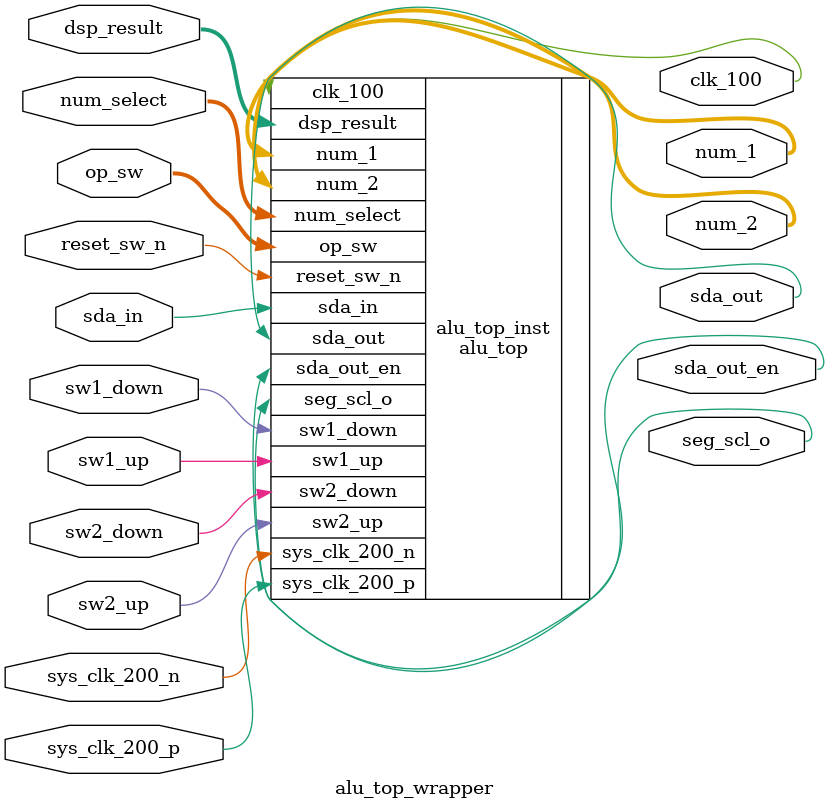
<source format=v>
`timescale 1ns / 1ps

module alu_top_wrapper #(
    parameter WIDTH_COUNTER_DEBOUNCE = 24,
    parameter CLOCK_FREQ_DEBOUNCE = 10_000_000,
    parameter STABLE_TIME_MS_DEBOUNCE = 20,
    parameter WIDTH_COUNTER = 8,
    parameter WIDTH_MUX = 16,
    parameter STEP_COUNTER = 1,
    parameter PERIOD_BIT_PWM = 12,
    parameter DUTY_WIDTH_PWM = 8,
    parameter DISPLAY_CLK_DIV = 2500
)(
    // clock & reset
    input sys_clk_200_p,
    input sys_clk_200_n,
    input  reset_sw_n,
    // Switches
    input sw1_up,
    input sw1_down,
    input sw2_up,
    input sw2_down,
    input [2:0] op_sw,
    input [2:0] num_select,
    //DSP
    input [WIDTH_MUX-1:0] dsp_result,
    output [WIDTH_COUNTER-1:0] num_1,
    output [WIDTH_COUNTER-1:0] num_2,
    output clk_100,
    // i2c
    input sda_in,
    output sda_out_en,
    output sda_out,
    output seg_scl_o
);

    alu_top #(
        .WIDTH_COUNTER_DEBOUNCE(WIDTH_COUNTER_DEBOUNCE),
        .CLOCK_FREQ_DEBOUNCE(CLOCK_FREQ_DEBOUNCE),
        .STABLE_TIME_MS_DEBOUNCE(STABLE_TIME_MS_DEBOUNCE),
        .WIDTH_COUNTER(WIDTH_COUNTER),
        .WIDTH_MUX(WIDTH_MUX),
        .STEP_COUNTER(STEP_COUNTER),
        .PERIOD_BIT_PWM(PERIOD_BIT_PWM),
        .DUTY_WIDTH_PWM(DUTY_WIDTH_PWM),
        .DISPLAY_CLK_DIV(DISPLAY_CLK_DIV)
    ) alu_top_inst (
        // clock & reset
        .sys_clk_200_p(sys_clk_200_p),
        .sys_clk_200_n(sys_clk_200_n),
        .reset_sw_n(reset_sw_n),
        // Switches
        .sw1_up(sw1_up),
        .sw1_down(sw1_down),
        .sw2_up(sw2_up),
        .sw2_down(sw2_down),
        .op_sw(op_sw),
        .num_select(num_select),
        //DSP
        .dsp_result(dsp_result),
        .num_1(num_1),
        .num_2(num_2),
        .clk_100(clk_100),
        // i2c
        .sda_in(sda_in),
        .sda_out_en(sda_out_en),
        .sda_out(sda_out),
        .seg_scl_o(seg_scl_o)
    );

endmodule

</source>
